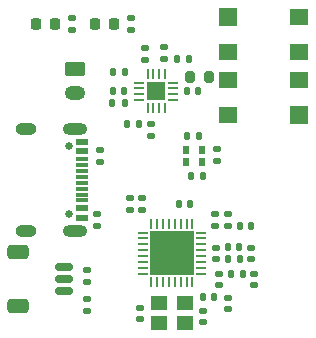
<source format=gts>
G04 #@! TF.GenerationSoftware,KiCad,Pcbnew,8.0.2*
G04 #@! TF.CreationDate,2024-05-31T00:07:57+02:00*
G04 #@! TF.ProjectId,ESP32-C3,45535033-322d-4433-932e-6b696361645f,rev?*
G04 #@! TF.SameCoordinates,Original*
G04 #@! TF.FileFunction,Soldermask,Top*
G04 #@! TF.FilePolarity,Negative*
%FSLAX46Y46*%
G04 Gerber Fmt 4.6, Leading zero omitted, Abs format (unit mm)*
G04 Created by KiCad (PCBNEW 8.0.2) date 2024-05-31 00:07:57*
%MOMM*%
%LPD*%
G01*
G04 APERTURE LIST*
G04 Aperture macros list*
%AMRoundRect*
0 Rectangle with rounded corners*
0 $1 Rounding radius*
0 $2 $3 $4 $5 $6 $7 $8 $9 X,Y pos of 4 corners*
0 Add a 4 corners polygon primitive as box body*
4,1,4,$2,$3,$4,$5,$6,$7,$8,$9,$2,$3,0*
0 Add four circle primitives for the rounded corners*
1,1,$1+$1,$2,$3*
1,1,$1+$1,$4,$5*
1,1,$1+$1,$6,$7*
1,1,$1+$1,$8,$9*
0 Add four rect primitives between the rounded corners*
20,1,$1+$1,$2,$3,$4,$5,0*
20,1,$1+$1,$4,$5,$6,$7,0*
20,1,$1+$1,$6,$7,$8,$9,0*
20,1,$1+$1,$8,$9,$2,$3,0*%
G04 Aperture macros list end*
%ADD10RoundRect,0.140000X-0.170000X0.140000X-0.170000X-0.140000X0.170000X-0.140000X0.170000X0.140000X0*%
%ADD11RoundRect,0.135000X-0.185000X0.135000X-0.185000X-0.135000X0.185000X-0.135000X0.185000X0.135000X0*%
%ADD12RoundRect,0.140000X-0.140000X-0.170000X0.140000X-0.170000X0.140000X0.170000X-0.140000X0.170000X0*%
%ADD13RoundRect,0.140000X0.140000X0.170000X-0.140000X0.170000X-0.140000X-0.170000X0.140000X-0.170000X0*%
%ADD14RoundRect,0.135000X0.185000X-0.135000X0.185000X0.135000X-0.185000X0.135000X-0.185000X-0.135000X0*%
%ADD15RoundRect,0.218750X-0.218750X-0.256250X0.218750X-0.256250X0.218750X0.256250X-0.218750X0.256250X0*%
%ADD16RoundRect,0.062500X-0.375000X-0.062500X0.375000X-0.062500X0.375000X0.062500X-0.375000X0.062500X0*%
%ADD17RoundRect,0.062500X-0.062500X-0.375000X0.062500X-0.375000X0.062500X0.375000X-0.062500X0.375000X0*%
%ADD18R,1.600000X1.600000*%
%ADD19RoundRect,0.140000X0.170000X-0.140000X0.170000X0.140000X-0.170000X0.140000X-0.170000X-0.140000X0*%
%ADD20R,0.600000X0.700000*%
%ADD21C,0.660000*%
%ADD22R,1.140000X0.600000*%
%ADD23R,1.140000X0.300000*%
%ADD24O,2.100000X1.000000*%
%ADD25O,1.800000X1.000000*%
%ADD26RoundRect,0.135000X0.135000X0.185000X-0.135000X0.185000X-0.135000X-0.185000X0.135000X-0.185000X0*%
%ADD27RoundRect,0.135000X-0.135000X-0.185000X0.135000X-0.185000X0.135000X0.185000X-0.135000X0.185000X0*%
%ADD28R,1.500000X1.500000*%
%ADD29R,1.600000X1.400000*%
%ADD30RoundRect,0.200000X-0.200000X-0.275000X0.200000X-0.275000X0.200000X0.275000X-0.200000X0.275000X0*%
%ADD31RoundRect,0.250000X-0.625000X0.350000X-0.625000X-0.350000X0.625000X-0.350000X0.625000X0.350000X0*%
%ADD32O,1.750000X1.200000*%
%ADD33RoundRect,0.062500X0.337500X0.062500X-0.337500X0.062500X-0.337500X-0.062500X0.337500X-0.062500X0*%
%ADD34RoundRect,0.062500X0.062500X0.337500X-0.062500X0.337500X-0.062500X-0.337500X0.062500X-0.337500X0*%
%ADD35R,3.700000X3.700000*%
%ADD36RoundRect,0.150000X-0.625000X0.150000X-0.625000X-0.150000X0.625000X-0.150000X0.625000X0.150000X0*%
%ADD37RoundRect,0.250000X-0.650000X0.350000X-0.650000X-0.350000X0.650000X-0.350000X0.650000X0.350000X0*%
%ADD38R,1.400000X1.200000*%
G04 APERTURE END LIST*
D10*
G04 #@! TO.C,C3*
X54600000Y-7270000D03*
X54600000Y-8230000D03*
G04 #@! TD*
D11*
G04 #@! TO.C,R3*
X41300000Y-2190000D03*
X41300000Y-3210000D03*
G04 #@! TD*
D12*
G04 #@! TO.C,C12*
X50215000Y-9250000D03*
X51175000Y-9250000D03*
G04 #@! TD*
D13*
G04 #@! TO.C,C5*
X49180000Y-1300000D03*
X48220000Y-1300000D03*
G04 #@! TD*
D14*
G04 #@! TO.C,R18*
X45300000Y10880000D03*
X45300000Y11900000D03*
G04 #@! TD*
D15*
G04 #@! TO.C,D5*
X41112500Y13900000D03*
X42687500Y13900000D03*
G04 #@! TD*
D14*
G04 #@! TO.C,R16*
X45800000Y4440000D03*
X45800000Y5460000D03*
G04 #@! TD*
D16*
G04 #@! TO.C,U2*
X44862500Y8950000D03*
X44862500Y8450000D03*
X44862500Y7950000D03*
X44862500Y7450000D03*
D17*
X45550000Y6762500D03*
X46050000Y6762500D03*
X46550000Y6762500D03*
X47050000Y6762500D03*
D16*
X47737500Y7450000D03*
X47737500Y7950000D03*
X47737500Y8450000D03*
X47737500Y8950000D03*
D17*
X47050000Y9637500D03*
X46550000Y9637500D03*
X46050000Y9637500D03*
X45550000Y9637500D03*
D18*
X46300000Y8200000D03*
G04 #@! TD*
D14*
G04 #@! TO.C,R10*
X39150000Y13390000D03*
X39150000Y14410000D03*
G04 #@! TD*
D10*
G04 #@! TO.C,C4*
X54350000Y-5020000D03*
X54350000Y-5980000D03*
G04 #@! TD*
G04 #@! TO.C,C16*
X50215000Y-10390000D03*
X50215000Y-11350000D03*
G04 #@! TD*
D19*
G04 #@! TO.C,C11*
X44100000Y-1830000D03*
X44100000Y-870000D03*
G04 #@! TD*
D11*
G04 #@! TO.C,R5*
X46900000Y11930000D03*
X46900000Y10910000D03*
G04 #@! TD*
D20*
G04 #@! TO.C,D1*
X50200000Y2200000D03*
X48800000Y2200000D03*
X50200000Y3200000D03*
X48800000Y3200000D03*
G04 #@! TD*
D10*
G04 #@! TO.C,C6*
X51600000Y-7270000D03*
X51600000Y-8230000D03*
G04 #@! TD*
D21*
G04 #@! TO.C,U1*
X38900000Y3600000D03*
X38900000Y-2180000D03*
D22*
X39970000Y3910000D03*
X39970000Y3110000D03*
D23*
X39970000Y1960000D03*
X39970000Y960000D03*
X39970000Y460000D03*
X39970000Y-540000D03*
D22*
X39970000Y-1690000D03*
X39970000Y-2490000D03*
X39970000Y-2490000D03*
X39970000Y-1690000D03*
D23*
X39970000Y-1040000D03*
X39970000Y-40000D03*
X39970000Y1460000D03*
X39970000Y2460000D03*
D22*
X39970000Y3110000D03*
X39970000Y3910000D03*
D24*
X39400000Y5030000D03*
D25*
X35220000Y5030000D03*
D24*
X39400000Y-3610000D03*
D25*
X35220000Y-3610000D03*
G04 #@! TD*
D14*
G04 #@! TO.C,R9*
X44150000Y13390000D03*
X44150000Y14410000D03*
G04 #@! TD*
D26*
G04 #@! TO.C,R11*
X43610000Y9800000D03*
X42590000Y9800000D03*
G04 #@! TD*
D27*
G04 #@! TO.C,R21*
X49190000Y1000000D03*
X50210000Y1000000D03*
G04 #@! TD*
D28*
G04 #@! TO.C,SW1*
X52400000Y14500000D03*
D29*
X58400000Y14500000D03*
X52400000Y11500000D03*
X58400000Y11500000D03*
G04 #@! TD*
D14*
G04 #@! TO.C,R19*
X51400000Y2290000D03*
X51400000Y3310000D03*
G04 #@! TD*
D13*
G04 #@! TO.C,C1*
X54330000Y-3200000D03*
X53370000Y-3200000D03*
G04 #@! TD*
D12*
G04 #@! TO.C,C20*
X48900000Y8200000D03*
X49860000Y8200000D03*
G04 #@! TD*
D26*
G04 #@! TO.C,R14*
X49910000Y4400000D03*
X48890000Y4400000D03*
G04 #@! TD*
D14*
G04 #@! TO.C,R1*
X52350000Y-3210000D03*
X52350000Y-2190000D03*
G04 #@! TD*
G04 #@! TO.C,R7*
X40400000Y-7910000D03*
X40400000Y-6890000D03*
G04 #@! TD*
D19*
G04 #@! TO.C,C15*
X52350000Y-10230000D03*
X52350000Y-9270000D03*
G04 #@! TD*
D26*
G04 #@! TO.C,L1*
X53610000Y-7250000D03*
X52590000Y-7250000D03*
G04 #@! TD*
D15*
G04 #@! TO.C,D4*
X36112500Y13900000D03*
X37687500Y13900000D03*
G04 #@! TD*
D14*
G04 #@! TO.C,R2*
X41550000Y2190000D03*
X41550000Y3210000D03*
G04 #@! TD*
D30*
G04 #@! TO.C,R15*
X49125000Y9450000D03*
X50775000Y9450000D03*
G04 #@! TD*
D11*
G04 #@! TO.C,R8*
X40400000Y-9390000D03*
X40400000Y-10410000D03*
G04 #@! TD*
D26*
G04 #@! TO.C,R17*
X44810000Y5400000D03*
X43790000Y5400000D03*
G04 #@! TD*
D28*
G04 #@! TO.C,SW2*
X58400000Y6200000D03*
D29*
X52400000Y6200000D03*
X58400000Y9200000D03*
X52400000Y9200000D03*
G04 #@! TD*
D13*
G04 #@! TO.C,C21*
X43590000Y8200000D03*
X42630000Y8200000D03*
G04 #@! TD*
D19*
G04 #@! TO.C,C14*
X45100000Y-1830000D03*
X45100000Y-870000D03*
G04 #@! TD*
D31*
G04 #@! TO.C,J2*
X39420000Y10100000D03*
D32*
X39420000Y8100000D03*
G04 #@! TD*
D27*
G04 #@! TO.C,R4*
X42580000Y7200000D03*
X43600000Y7200000D03*
G04 #@! TD*
D26*
G04 #@! TO.C,L2*
X53360000Y-6000000D03*
X52340000Y-6000000D03*
G04 #@! TD*
D10*
G04 #@! TO.C,C7*
X51350000Y-5020000D03*
X51350000Y-5980000D03*
G04 #@! TD*
D33*
G04 #@! TO.C,U3*
X50050000Y-7250000D03*
X50050000Y-6750000D03*
X50050000Y-6250000D03*
X50050000Y-5750000D03*
X50050000Y-5250000D03*
X50050000Y-4750000D03*
X50050000Y-4250000D03*
X50050000Y-3750000D03*
D34*
X49350000Y-3050000D03*
X48850000Y-3050000D03*
X48350000Y-3050000D03*
X47850000Y-3050000D03*
X47350000Y-3050000D03*
X46850000Y-3050000D03*
X46350000Y-3050000D03*
X45850000Y-3050000D03*
D33*
X45150000Y-3750000D03*
X45150000Y-4250000D03*
X45150000Y-4750000D03*
X45150000Y-5250000D03*
X45150000Y-5750000D03*
X45150000Y-6250000D03*
X45150000Y-6750000D03*
X45150000Y-7250000D03*
D34*
X45850000Y-7950000D03*
X46350000Y-7950000D03*
X46850000Y-7950000D03*
X47350000Y-7950000D03*
X47850000Y-7950000D03*
X48350000Y-7950000D03*
X48850000Y-7950000D03*
X49350000Y-7950000D03*
D35*
X47600000Y-5500000D03*
G04 #@! TD*
D12*
G04 #@! TO.C,C2*
X52370000Y-5000000D03*
X53330000Y-5000000D03*
G04 #@! TD*
D14*
G04 #@! TO.C,R6*
X51300000Y-3210000D03*
X51300000Y-2190000D03*
G04 #@! TD*
D36*
G04 #@! TO.C,J1*
X38470000Y-6700000D03*
X38470000Y-7700000D03*
X38470000Y-8700000D03*
D37*
X34595000Y-5400000D03*
X34595000Y-10000000D03*
G04 #@! TD*
D12*
G04 #@! TO.C,C19*
X48070000Y10950000D03*
X49030000Y10950000D03*
G04 #@! TD*
D38*
G04 #@! TO.C,Y1*
X48700000Y-9700000D03*
X46500000Y-9700000D03*
X46500000Y-11400000D03*
X48700000Y-11400000D03*
G04 #@! TD*
D19*
G04 #@! TO.C,C17*
X44950000Y-11114999D03*
X44950000Y-10154999D03*
G04 #@! TD*
M02*

</source>
